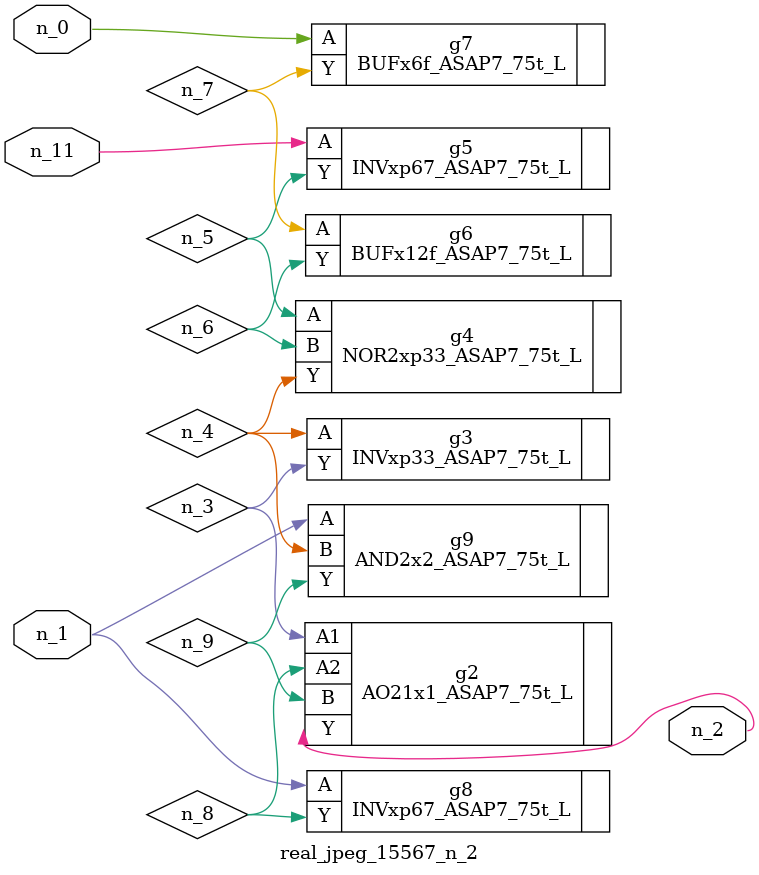
<source format=v>
module real_jpeg_15567_n_2 (n_1, n_11, n_0, n_2);

input n_1;
input n_11;
input n_0;

output n_2;

wire n_5;
wire n_8;
wire n_4;
wire n_6;
wire n_7;
wire n_3;
wire n_9;

BUFx6f_ASAP7_75t_L g7 ( 
.A(n_0),
.Y(n_7)
);

INVxp67_ASAP7_75t_L g8 ( 
.A(n_1),
.Y(n_8)
);

AND2x2_ASAP7_75t_L g9 ( 
.A(n_1),
.B(n_4),
.Y(n_9)
);

AO21x1_ASAP7_75t_L g2 ( 
.A1(n_3),
.A2(n_8),
.B(n_9),
.Y(n_2)
);

INVxp33_ASAP7_75t_L g3 ( 
.A(n_4),
.Y(n_3)
);

NOR2xp33_ASAP7_75t_L g4 ( 
.A(n_5),
.B(n_6),
.Y(n_4)
);

BUFx12f_ASAP7_75t_L g6 ( 
.A(n_7),
.Y(n_6)
);

INVxp67_ASAP7_75t_L g5 ( 
.A(n_11),
.Y(n_5)
);


endmodule
</source>
